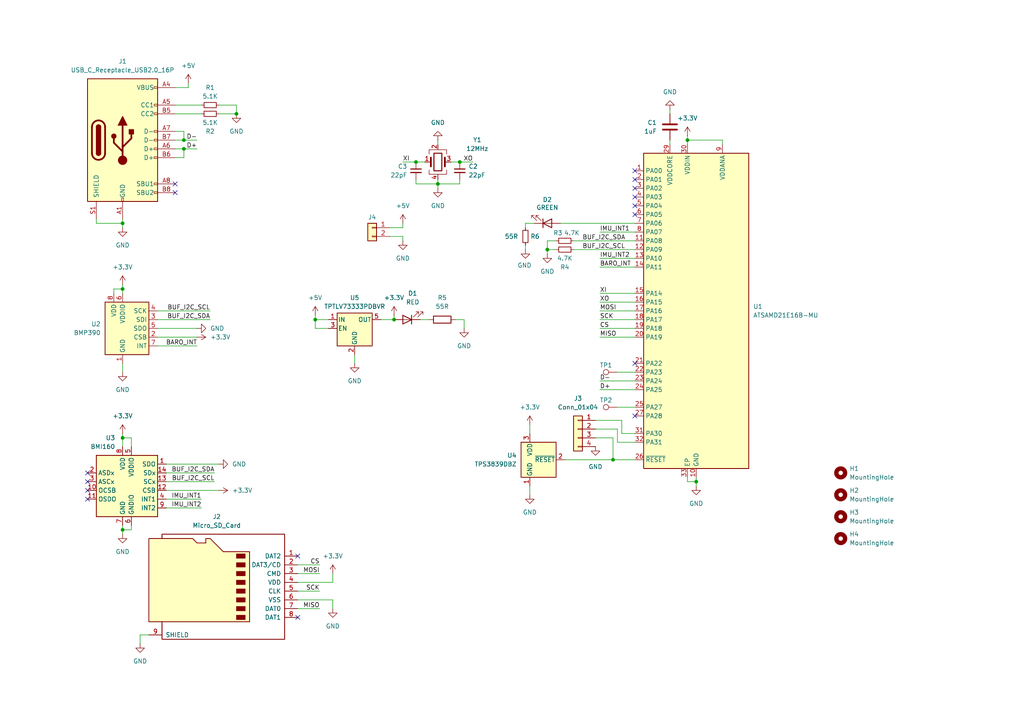
<source format=kicad_sch>
(kicad_sch (version 20250114) (generator "eeschema") (generator_version "9.0")
  (paper "A4")
  (title_block (title "µBaro Core") (date "2025-03-27") (rev "A") (company "LibreCB"))
  (lib_symbols
    (symbol "Connector:Micro_SD_Card" (pin_names (offset 1.016))
      (property "Reference" "J" (at -16.51 15.24 0))
      (property "Value" "Micro_SD_Card" (at 16.51 15.24 0))
      (symbol "Micro_SD_Card_0_1"
        (polyline (pts (xy -8.89 -11.43) (xy -8.89 8.89) (xy -1.27 8.89) (xy 2.54 12.7) (xy 3.81 12.7) (xy 3.81 11.43) (xy 6.35 11.43) (xy 7.62 12.7) (xy 20.32 12.7) (xy 20.32 -11.43) (xy -8.89 -11.43)) (stroke (width 0.254)) (fill (type background)))
        (rectangle (start -7.62 8.255) (end -5.08 6.985) (fill (type outline)))
        (rectangle (start -7.62 5.715) (end -5.08 4.445) (fill (type outline)))
        (rectangle (start -7.62 3.175) (end -5.08 1.905) (fill (type outline)))
        (rectangle (start -7.62 0.635) (end -5.08 -0.635) (fill (type outline)))
        (rectangle (start -7.62 -1.905) (end -5.08 -3.175) (fill (type outline)))
        (rectangle (start -7.62 -4.445) (end -5.08 -5.715) (fill (type outline)))
        (rectangle (start -7.62 -6.985) (end -5.08 -8.255) (fill (type outline)))
        (rectangle (start -7.62 -9.525) (end -5.08 -10.795) (fill (type outline)))
        (polyline (pts (xy 16.51 12.7) (xy 16.51 13.97) (xy -19.05 13.97) (xy -19.05 -16.51) (xy 16.51 -16.51) (xy 16.51 -11.43)) (stroke (width 0.254)))
      )
      (symbol "Micro_SD_Card_1_1"
        (pin bidirectional line (at -22.86 7.62 0) (length 3.81) (name "DAT2") (number "1"))
        (pin bidirectional line (at -22.86 5.08 0) (length 3.81) (name "DAT3/CD") (number "2"))
        (pin input line (at -22.86 2.54 0) (length 3.81) (name "CMD") (number "3"))
        (pin power_in line (at -22.86 0 0) (length 3.81) (name "VDD") (number "4"))
        (pin input line (at -22.86 -2.54 0) (length 3.81) (name "CLK") (number "5"))
        (pin power_in line (at -22.86 -5.08 0) (length 3.81) (name "VSS") (number "6"))
        (pin bidirectional line (at -22.86 -7.62 0) (length 3.81) (name "DAT0") (number "7"))
        (pin bidirectional line (at -22.86 -10.16 0) (length 3.81) (name "DAT1") (number "8"))
        (pin passive line (at 20.32 -15.24 180) (length 3.81) (name "SHIELD") (number "9"))
      )
    )
    (symbol "Connector:TestPoint" (pin_numbers (hide yes)) (pin_names (offset 0.762) (hide yes))
      (property "Reference" "TP" (at 0 6.858 0))
      (property "Value" "TestPoint" (at 0 5.08 0))
      (symbol "TestPoint_0_1"
        (circle (center 0 3.302) (radius 0.762))
      )
      (symbol "TestPoint_1_1"
        (pin passive line (at 0 0 90) (length 2.54) (name "1") (number "1"))
      )
    )
    (symbol "Connector:USB_C_Receptacle_USB2.0_16P" (pin_names (offset 1.016))
      (property "Reference" "J" (at 0 22.225 0))
      (property "Value" "USB_C_Receptacle_USB2.0_16P" (at 0 19.685 0))
      (symbol "USB_C_Receptacle_USB2.0_16P_0_0"
        (rectangle (start -0.254 -17.78) (end 0.254 -16.764))
        (rectangle (start 10.16 15.494) (end 9.144 14.986))
        (rectangle (start 10.16 10.414) (end 9.144 9.906))
        (rectangle (start 10.16 7.874) (end 9.144 7.366))
        (rectangle (start 10.16 2.794) (end 9.144 2.286))
        (rectangle (start 10.16 0.254) (end 9.144 -0.254))
        (rectangle (start 10.16 -2.286) (end 9.144 -2.794))
        (rectangle (start 10.16 -4.826) (end 9.144 -5.334))
        (rectangle (start 10.16 -12.446) (end 9.144 -12.954))
        (rectangle (start 10.16 -14.986) (end 9.144 -15.494))
      )
      (symbol "USB_C_Receptacle_USB2.0_16P_0_1"
        (rectangle (start -10.16 17.78) (end 10.16 -17.78) (stroke (width 0.254)) (fill (type background)))
        (polyline (pts (xy -8.89 -3.81) (xy -8.89 3.81)) (stroke (width 0.508)))
        (rectangle (start -7.62 -3.81) (end -6.35 3.81) (stroke (width 0.254)) (fill (type outline)))
        (arc (start -7.62 3.81) (mid -6.985 4.4423) (end -6.35 3.81) (stroke (width 0.254)))
        (arc (start -7.62 3.81) (mid -6.985 4.4423) (end -6.35 3.81) (stroke (width 0.254)) (fill (type outline)))
        (arc (start -8.89 3.81) (mid -6.985 5.7067) (end -5.08 3.81) (stroke (width 0.508)))
        (arc (start -5.08 -3.81) (mid -6.985 -5.7067) (end -8.89 -3.81) (stroke (width 0.508)))
        (arc (start -6.35 -3.81) (mid -6.985 -4.4423) (end -7.62 -3.81) (stroke (width 0.254)))
        (arc (start -6.35 -3.81) (mid -6.985 -4.4423) (end -7.62 -3.81) (stroke (width 0.254)) (fill (type outline)))
        (polyline (pts (xy -5.08 3.81) (xy -5.08 -3.81)) (stroke (width 0.508)))
        (circle (center -2.54 1.143) (radius 0.635) (stroke (width 0.254)) (fill (type outline)))
        (polyline (pts (xy -1.27 4.318) (xy 0 6.858) (xy 1.27 4.318) (xy -1.27 4.318)) (stroke (width 0.254)) (fill (type outline)))
        (polyline (pts (xy 0 -2.032) (xy 2.54 0.508) (xy 2.54 1.778)) (stroke (width 0.508)))
        (polyline (pts (xy 0 -3.302) (xy -2.54 -0.762) (xy -2.54 0.508)) (stroke (width 0.508)))
        (polyline (pts (xy 0 -5.842) (xy 0 4.318)) (stroke (width 0.508)))
        (circle (center 0 -5.842) (radius 1.27) (fill (type outline)))
        (rectangle (start 1.905 1.778) (end 3.175 3.048) (stroke (width 0.254)) (fill (type outline)))
      )
      (symbol "USB_C_Receptacle_USB2.0_16P_1_1"
        (pin passive line (at -7.62 -22.86 90) (length 5.08) (name "SHIELD") (number "S1"))
        (pin passive line (at 0 -22.86 90) (length 5.08) (name "GND") (number "A1"))
        (pin passive line (at 0 -22.86 90) (length 5.08) (hide yes) (name "GND") (number "A12"))
        (pin passive line (at 0 -22.86 90) (length 5.08) (hide yes) (name "GND") (number "B1"))
        (pin passive line (at 0 -22.86 90) (length 5.08) (hide yes) (name "GND") (number "B12"))
        (pin passive line (at 15.24 15.24 180) (length 5.08) (name "VBUS") (number "A4"))
        (pin passive line (at 15.24 15.24 180) (length 5.08) (hide yes) (name "VBUS") (number "A9"))
        (pin passive line (at 15.24 15.24 180) (length 5.08) (hide yes) (name "VBUS") (number "B4"))
        (pin passive line (at 15.24 15.24 180) (length 5.08) (hide yes) (name "VBUS") (number "B9"))
        (pin bidirectional line (at 15.24 10.16 180) (length 5.08) (name "CC1") (number "A5"))
        (pin bidirectional line (at 15.24 7.62 180) (length 5.08) (name "CC2") (number "B5"))
        (pin bidirectional line (at 15.24 2.54 180) (length 5.08) (name "D-") (number "A7"))
        (pin bidirectional line (at 15.24 0 180) (length 5.08) (name "D-") (number "B7"))
        (pin bidirectional line (at 15.24 -2.54 180) (length 5.08) (name "D+") (number "A6"))
        (pin bidirectional line (at 15.24 -5.08 180) (length 5.08) (name "D+") (number "B6"))
        (pin bidirectional line (at 15.24 -12.7 180) (length 5.08) (name "SBU1") (number "A8"))
        (pin bidirectional line (at 15.24 -15.24 180) (length 5.08) (name "SBU2") (number "B8"))
      )
    )
    (symbol "Connector_Generic:Conn_01x02" (pin_names (offset 1.016) (hide yes))
      (property "Reference" "J" (at 0 2.54 0))
      (property "Value" "Conn_01x02" (at 0 -5.08 0))
      (symbol "Conn_01x02_1_1"
        (rectangle (start -1.27 1.27) (end 1.27 -3.81) (stroke (width 0.254)) (fill (type background)))
        (rectangle (start -1.27 0.127) (end 0 -0.127) (stroke (width 0.1524)))
        (rectangle (start -1.27 -2.413) (end 0 -2.667) (stroke (width 0.1524)))
        (pin passive line (at -5.08 0 0) (length 3.81) (name "Pin_1") (number "1"))
        (pin passive line (at -5.08 -2.54 0) (length 3.81) (name "Pin_2") (number "2"))
      )
    )
    (symbol "Connector_Generic:Conn_01x04" (pin_names (offset 1.016) (hide yes))
      (property "Reference" "J" (at 0 5.08 0))
      (property "Value" "Conn_01x04" (at 0 -7.62 0))
      (symbol "Conn_01x04_1_1"
        (rectangle (start -1.27 3.81) (end 1.27 -6.35) (stroke (width 0.254)) (fill (type background)))
        (rectangle (start -1.27 2.667) (end 0 2.413) (stroke (width 0.1524)))
        (rectangle (start -1.27 0.127) (end 0 -0.127) (stroke (width 0.1524)))
        (rectangle (start -1.27 -2.413) (end 0 -2.667) (stroke (width 0.1524)))
        (rectangle (start -1.27 -4.953) (end 0 -5.207) (stroke (width 0.1524)))
        (pin passive line (at -5.08 2.54 0) (length 3.81) (name "Pin_1") (number "1"))
        (pin passive line (at -5.08 0 0) (length 3.81) (name "Pin_2") (number "2"))
        (pin passive line (at -5.08 -2.54 0) (length 3.81) (name "Pin_3") (number "3"))
        (pin passive line (at -5.08 -5.08 0) (length 3.81) (name "Pin_4") (number "4"))
      )
    )
    (symbol "Device:C" (pin_numbers (hide yes)) (pin_names (offset 0.254))
      (property "Reference" "C" (at 0.635 2.54 0))
      (property "Value" "C" (at 0.635 -2.54 0))
      (symbol "C_0_1"
        (polyline (pts (xy -2.032 0.762) (xy 2.032 0.762)) (stroke (width 0.508)))
        (polyline (pts (xy -2.032 -0.762) (xy 2.032 -0.762)) (stroke (width 0.508)))
      )
      (symbol "C_1_1"
        (pin passive line (at 0 3.81 270) (length 2.794) (name "~") (number "1"))
        (pin passive line (at 0 -3.81 90) (length 2.794) (name "~") (number "2"))
      )
    )
    (symbol "Device:C_Small" (pin_numbers (hide yes)) (pin_names (offset 0.254) (hide yes))
      (property "Reference" "C" (at 0.254 1.778 0))
      (property "Value" "C_Small" (at 0.254 -2.032 0))
      (symbol "C_Small_0_1"
        (polyline (pts (xy -1.524 0.508) (xy 1.524 0.508)) (stroke (width 0.3048)))
        (polyline (pts (xy -1.524 -0.508) (xy 1.524 -0.508)) (stroke (width 0.3302)))
      )
      (symbol "C_Small_1_1"
        (pin passive line (at 0 2.54 270) (length 2.032) (name "~") (number "1"))
        (pin passive line (at 0 -2.54 90) (length 2.032) (name "~") (number "2"))
      )
    )
    (symbol "Device:Crystal_GND24" (pin_names (offset 1.016) (hide yes))
      (property "Reference" "Y" (at 3.175 5.08 0))
      (property "Value" "Crystal_GND24" (at 3.175 3.175 0))
      (symbol "Crystal_GND24_0_1"
        (polyline (pts (xy -2.54 2.286) (xy -2.54 3.556) (xy 2.54 3.556) (xy 2.54 2.286)))
        (polyline (pts (xy -2.54 0) (xy -2.032 0)))
        (polyline (pts (xy -2.54 -2.286) (xy -2.54 -3.556) (xy 2.54 -3.556) (xy 2.54 -2.286)))
        (polyline (pts (xy -2.032 -1.27) (xy -2.032 1.27)) (stroke (width 0.508)))
        (rectangle (start -1.143 2.54) (end 1.143 -2.54) (stroke (width 0.3048)))
        (polyline (pts (xy 0 3.556) (xy 0 3.81)))
        (polyline (pts (xy 0 -3.81) (xy 0 -3.556)))
        (polyline (pts (xy 2.032 0) (xy 2.54 0)))
        (polyline (pts (xy 2.032 -1.27) (xy 2.032 1.27)) (stroke (width 0.508)))
      )
      (symbol "Crystal_GND24_1_1"
        (pin passive line (at -3.81 0 0) (length 1.27) (name "1") (number "1"))
        (pin passive line (at 0 5.08 270) (length 1.27) (name "2") (number "2"))
        (pin passive line (at 0 -5.08 90) (length 1.27) (name "4") (number "4"))
        (pin passive line (at 3.81 0 180) (length 1.27) (name "3") (number "3"))
      )
    )
    (symbol "Device:LED" (pin_numbers (hide yes)) (pin_names (offset 1.016) (hide yes))
      (property "Reference" "D" (at 0 2.54 0))
      (property "Value" "LED" (at 0 -2.54 0))
      (symbol "LED_0_1"
        (polyline (pts (xy -3.048 -0.762) (xy -4.572 -2.286) (xy -3.81 -2.286) (xy -4.572 -2.286) (xy -4.572 -1.524)))
        (polyline (pts (xy -1.778 -0.762) (xy -3.302 -2.286) (xy -2.54 -2.286) (xy -3.302 -2.286) (xy -3.302 -1.524)))
        (polyline (pts (xy -1.27 0) (xy 1.27 0)))
        (polyline (pts (xy -1.27 -1.27) (xy -1.27 1.27)) (stroke (width 0.254)))
        (polyline (pts (xy 1.27 -1.27) (xy 1.27 1.27) (xy -1.27 0) (xy 1.27 -1.27)) (stroke (width 0.254)))
      )
      (symbol "LED_1_1"
        (pin passive line (at -3.81 0 0) (length 2.54) (name "K") (number "1"))
        (pin passive line (at 3.81 0 180) (length 2.54) (name "A") (number "2"))
      )
    )
    (symbol "Device:R" (pin_numbers (hide yes)) (pin_names (offset 0))
      (property "Reference" "R" (at 2.032 0 90))
      (property "Value" "R" (at 0 0 90))
      (symbol "R_0_1"
        (rectangle (start -1.016 -2.54) (end 1.016 2.54) (stroke (width 0.254)))
      )
      (symbol "R_1_1"
        (pin passive line (at 0 3.81 270) (length 1.27) (name "~") (number "1"))
        (pin passive line (at 0 -3.81 90) (length 1.27) (name "~") (number "2"))
      )
    )
    (symbol "Device:R_Small" (pin_numbers (hide yes)) (pin_names (offset 0.254) (hide yes))
      (property "Reference" "R" (at 0.762 0.508 0))
      (property "Value" "R_Small" (at 0.762 -1.016 0))
      (symbol "R_Small_0_1"
        (rectangle (start -0.762 1.778) (end 0.762 -1.778) (stroke (width 0.2032)))
      )
      (symbol "R_Small_1_1"
        (pin passive line (at 0 2.54 270) (length 0.762) (name "~") (number "1"))
        (pin passive line (at 0 -2.54 90) (length 0.762) (name "~") (number "2"))
      )
    )
    (symbol "MCU_Microchip_SAMD:ATSAMD21E15B-M"
      (property "Reference" "U" (at -13.97 46.99 0))
      (property "Value" "ATSAMD21E15B-M" (at 16.51 46.99 0))
      (symbol "ATSAMD21E15B-M_1_1"
        (rectangle (start -15.24 45.72) (end 15.24 -45.72) (stroke (width 0.254)) (fill (type background)))
        (pin bidirectional line (at -17.78 40.64 0) (length 2.54) (name "PA00") (number "1"))
        (pin bidirectional line (at -17.78 38.1 0) (length 2.54) (name "PA01") (number "2"))
        (pin bidirectional line (at -17.78 35.56 0) (length 2.54) (name "PA02") (number "3"))
        (pin bidirectional line (at -17.78 33.02 0) (length 2.54) (name "PA03") (number "4"))
        (pin bidirectional line (at -17.78 30.48 0) (length 2.54) (name "PA04") (number "5"))
        (pin bidirectional line (at -17.78 27.94 0) (length 2.54) (name "PA05") (number "6"))
        (pin bidirectional line (at -17.78 25.4 0) (length 2.54) (name "PA06") (number "7"))
        (pin bidirectional line (at -17.78 22.86 0) (length 2.54) (name "PA07") (number "8"))
        (pin bidirectional line (at -17.78 20.32 0) (length 2.54) (name "PA08") (number "11"))
        (pin bidirectional line (at -17.78 17.78 0) (length 2.54) (name "PA09") (number "12"))
        (pin bidirectional line (at -17.78 15.24 0) (length 2.54) (name "PA10") (number "13"))
        (pin bidirectional line (at -17.78 12.7 0) (length 2.54) (name "PA11") (number "14"))
        (pin bidirectional line (at -17.78 5.08 0) (length 2.54) (name "PA14") (number "15"))
        (pin bidirectional line (at -17.78 2.54 0) (length 2.54) (name "PA15") (number "16"))
        (pin bidirectional line (at -17.78 0 0) (length 2.54) (name "PA16") (number "17"))
        (pin bidirectional line (at -17.78 -2.54 0) (length 2.54) (name "PA17") (number "18"))
        (pin bidirectional line (at -17.78 -5.08 0) (length 2.54) (name "PA18") (number "19"))
        (pin bidirectional line (at -17.78 -7.62 0) (length 2.54) (name "PA19") (number "20"))
        (pin bidirectional line (at -17.78 -15.24 0) (length 2.54) (name "PA22") (number "21"))
        (pin bidirectional line (at -17.78 -17.78 0) (length 2.54) (name "PA23") (number "22"))
        (pin bidirectional line (at -17.78 -20.32 0) (length 2.54) (name "PA24") (number "23"))
        (pin bidirectional line (at -17.78 -22.86 0) (length 2.54) (name "PA25") (number "24"))
        (pin bidirectional line (at -17.78 -27.94 0) (length 2.54) (name "PA27") (number "25"))
        (pin bidirectional line (at -17.78 -30.48 0) (length 2.54) (name "PA28") (number "27"))
        (pin bidirectional line (at -17.78 -35.56 0) (length 2.54) (name "PA30") (number "31"))
        (pin bidirectional line (at -17.78 -38.1 0) (length 2.54) (name "PA31") (number "32"))
        (pin input line (at -17.78 -43.18 0) (length 2.54) (name "~{RESET}") (number "26"))
        (pin power_out line (at -7.62 48.26 270) (length 2.54) (name "VDDCORE") (number "29"))
        (pin power_in line (at -2.54 48.26 270) (length 2.54) (name "VDDIN") (number "30"))
        (pin passive line (at -2.54 -48.26 90) (length 2.54) (name "EP") (number "33"))
        (pin power_in line (at 0 -48.26 90) (length 2.54) (name "GND") (number "10"))
        (pin passive line (at 0 -48.26 90) (length 2.54) (hide yes) (name "GND") (number "28"))
        (pin power_in line (at 7.62 48.26 270) (length 2.54) (name "VDDANA") (number "9"))
      )
    )
    (symbol "Mechanical:MountingHole" (pin_names (offset 1.016)) (exclude_from_sim yes) (in_bom no)
      (property "Reference" "H" (at 0 5.08 0))
      (property "Value" "MountingHole" (at 0 3.175 0))
      (symbol "MountingHole_0_1"
        (circle (center 0 0) (radius 1.27) (stroke (width 1.27)))
      )
    )
    (symbol "Power_Supervisor:TPS3839DBZ" (pin_names (offset 0.254))
      (property "Reference" "U" (at 2.54 8.89 0))
      (property "Value" "TPS3839DBZ" (at 2.54 6.35 0))
      (symbol "TPS3839DBZ_0_1"
        (rectangle (start -2.54 5.08) (end 7.62 -5.08) (stroke (width 0.254)) (fill (type background)))
      )
      (symbol "TPS3839DBZ_1_1"
        (pin power_in line (at 0 7.62 270) (length 2.54) (name "VDD") (number "3"))
        (pin power_in line (at 0 -7.62 90) (length 2.54) (name "GND") (number "1"))
        (pin output line (at 10.16 0 180) (length 2.54) (name "~{RESET}") (number "2"))
      )
    )
    (symbol "Project:BMP390"
      (property "Reference" "U" (at -7.62 10.16 0))
      (property "Value" "BMP390" (at 5.08 10.16 0))
      (symbol "BMP390_0_1"
        (rectangle (start -7.62 7.62) (end 5.08 -7.62) (stroke (width 0.254)) (fill (type background)))
      )
      (symbol "BMP390_1_1"
        (pin input line (at -10.16 5.08 0) (length 2.54) (name "SCK") (number "4"))
        (pin bidirectional line (at -10.16 2.54 0) (length 2.54) (name "SDI") (number "3"))
        (pin bidirectional line (at -10.16 0 0) (length 2.54) (name "SDO") (number "5"))
        (pin input line (at -10.16 -2.54 0) (length 2.54) (name "CSB") (number "2"))
        (pin output line (at -10.16 -5.08 0) (length 2.54) (name "INT") (number "7"))
        (pin power_in line (at 0 10.16 270) (length 2.54) (name "VDDIO") (number "6"))
        (pin power_in line (at 0 -10.16 90) (length 2.54) (name "GND") (number "1"))
        (pin power_in line (at 2.54 10.16 270) (length 2.54) (name "VDD") (number "8"))
      )
    )
    (symbol "Regulator_Linear:TLV73333PDBV" (pin_names (offset 0.254))
      (property "Reference" "U" (at -3.81 5.715 0))
      (property "Value" "TLV73333PDBV" (at 0 5.715 0))
      (symbol "TLV73333PDBV_0_1"
        (rectangle (start -5.08 4.445) (end 5.08 -5.08) (stroke (width 0.254)) (fill (type background)))
      )
      (symbol "TLV73333PDBV_1_1"
        (pin power_in line (at -7.62 2.54 0) (length 2.54) (name "IN") (number "1"))
        (pin input line (at -7.62 0 0) (length 2.54) (name "EN") (number "3"))
        (pin power_in line (at 0 -7.62 90) (length 2.54) (name "GND") (number "2"))
        (pin no_connect line (at 5.08 0 180) (length 2.54) (hide yes) (name "NC") (number "4"))
        (pin power_out line (at 7.62 2.54 180) (length 2.54) (name "OUT") (number "5"))
      )
    )
    (symbol "Sensor_Motion:BMI160"
      (property "Reference" "U" (at -10.16 8.89 0))
      (property "Value" "BMI160" (at 7.62 8.89 0))
      (symbol "BMI160_1_1"
        (rectangle (start -10.16 7.62) (end 7.62 -10.16) (stroke (width 0.254)) (fill (type background)))
        (pin bidirectional line (at -12.7 5.08 0) (length 2.54) (name "SDO") (number "1"))
        (pin bidirectional line (at -12.7 2.54 0) (length 2.54) (name "SDx") (number "14"))
        (pin input line (at -12.7 0 0) (length 2.54) (name "SCx") (number "13"))
        (pin input line (at -12.7 -2.54 0) (length 2.54) (name "CSB") (number "12"))
        (pin bidirectional line (at -12.7 -5.08 0) (length 2.54) (name "INT1") (number "4"))
        (pin bidirectional line (at -12.7 -7.62 0) (length 2.54) (name "INT2") (number "9"))
        (pin power_in line (at -2.54 10.16 270) (length 2.54) (name "VDDIO") (number "5"))
        (pin power_in line (at -2.54 -12.7 90) (length 2.54) (name "GNDIO") (number "6"))
        (pin power_in line (at 0 10.16 270) (length 2.54) (name "VDD") (number "8"))
        (pin power_in line (at 0 -12.7 90) (length 2.54) (name "GND") (number "7"))
        (pin bidirectional line (at 10.16 2.54 180) (length 2.54) (name "ASDx") (number "2"))
        (pin output line (at 10.16 0 180) (length 2.54) (name "ASCx") (number "3"))
        (pin bidirectional line (at 10.16 -2.54 180) (length 2.54) (name "OCSB") (number "10"))
        (pin bidirectional line (at 10.16 -5.08 180) (length 2.54) (name "OSDO") (number "11"))
      )
    )
    (symbol "power:+3.3V" (power) (pin_numbers (hide yes)) (pin_names (offset 0) (hide yes))
      (property "Value" "+3.3V" (at 0 3.556 0))
      (symbol "+3.3V_0_1"
        (polyline (pts (xy -0.762 1.27) (xy 0 2.54)))
        (polyline (pts (xy 0 2.54) (xy 0.762 1.27)))
        (polyline (pts (xy 0 0) (xy 0 2.54)))
      )
      (symbol "+3.3V_1_1"
        (pin power_in line (at 0 0 90) (length 0) (name "~") (number "1"))
      )
    )
    (symbol "power:+5V" (power) (pin_numbers (hide yes)) (pin_names (offset 0) (hide yes))
      (property "Value" "+5V" (at 0 3.556 0))
      (symbol "+5V_0_1"
        (polyline (pts (xy -0.762 1.27) (xy 0 2.54)))
        (polyline (pts (xy 0 2.54) (xy 0.762 1.27)))
        (polyline (pts (xy 0 0) (xy 0 2.54)))
      )
      (symbol "+5V_1_1"
        (pin power_in line (at 0 0 90) (length 0) (name "~") (number "1"))
      )
    )
    (symbol "power:GND" (power) (pin_numbers (hide yes)) (pin_names (offset 0) (hide yes))
      (property "Value" "GND" (at 0 -3.81 0))
      (symbol "GND_0_1"
        (polyline (pts (xy 0 0) (xy 0 -1.27) (xy 1.27 -1.27) (xy 0 -2.54) (xy -1.27 -1.27) (xy 0 -1.27)))
      )
      (symbol "GND_1_1"
        (pin power_in line (at 0 0 270) (length 0) (name "~") (number "1"))
      )
    )
  )
  (junction (at 53.34 40.64))
  (junction (at 35.56 153.67))
  (junction (at 68.58 33.02))
  (junction (at 35.56 64.77))
  (junction (at 158.75 72.39))
  (junction (at 133.35 46.99))
  (junction (at 199.39 40.64))
  (junction (at 201.93 139.7))
  (junction (at 177.8 133.35))
  (junction (at 114.3 92.71))
  (junction (at 35.56 127))
  (junction (at 120.65 46.99))
  (junction (at 35.56 83.82))
  (junction (at 53.34 43.18))
  (junction (at 127 53.34))
  (junction (at 91.44 92.71))
  (no_connect (at 184.15 57.15))
  (no_connect (at 25.4 142.24))
  (no_connect (at 25.4 144.78))
  (no_connect (at 184.15 62.23))
  (no_connect (at 184.15 54.61))
  (no_connect (at 86.36 179.07))
  (no_connect (at 50.8 55.88))
  (no_connect (at 184.15 105.41))
  (no_connect (at 184.15 59.69))
  (no_connect (at 184.15 120.65))
  (no_connect (at 25.4 137.16))
  (no_connect (at 184.15 52.07))
  (no_connect (at 25.4 139.7))
  (no_connect (at 50.8 53.34))
  (no_connect (at 184.15 49.53))
  (no_connect (at 86.36 161.29))
  (wire (pts (xy 40.64 184.15) (xy 40.64 186.69)))
  (wire (pts (xy 158.75 69.85) (xy 158.75 72.39)))
  (wire (pts (xy 134.62 92.71) (xy 132.08 92.71)))
  (wire (pts (xy 54.61 25.4) (xy 50.8 25.4)))
  (wire (pts (xy 173.99 90.17) (xy 184.15 90.17)))
  (wire (pts (xy 91.44 95.25) (xy 91.44 92.71)))
  (wire (pts (xy 50.8 43.18) (xy 53.34 43.18)))
  (wire (pts (xy 38.1 127) (xy 35.56 127)))
  (wire (pts (xy 166.37 72.39) (xy 184.15 72.39)))
  (wire (pts (xy 35.56 83.82) (xy 35.56 85.09)))
  (wire (pts (xy 38.1 129.54) (xy 38.1 127)))
  (wire (pts (xy 179.07 124.46) (xy 172.72 124.46)))
  (wire (pts (xy 114.3 91.44) (xy 114.3 92.71)))
  (wire (pts (xy 54.61 24.13) (xy 54.61 25.4)))
  (wire (pts (xy 199.39 39.37) (xy 199.39 40.64)))
  (wire (pts (xy 45.72 95.25) (xy 57.15 95.25)))
  (wire (pts (xy 173.99 92.71) (xy 184.15 92.71)))
  (wire (pts (xy 96.52 173.99) (xy 96.52 176.53)))
  (wire (pts (xy 86.36 166.37) (xy 92.71 166.37)))
  (wire (pts (xy 50.8 33.02) (xy 58.42 33.02)))
  (wire (pts (xy 173.99 85.09) (xy 184.15 85.09)))
  (wire (pts (xy 134.62 95.25) (xy 134.62 92.71)))
  (wire (pts (xy 35.56 153.67) (xy 35.56 154.94)))
  (wire (pts (xy 116.84 46.99) (xy 120.65 46.99)))
  (wire (pts (xy 50.8 38.1) (xy 53.34 38.1)))
  (wire (pts (xy 102.87 102.87) (xy 102.87 105.41)))
  (wire (pts (xy 194.31 40.64) (xy 194.31 41.91)))
  (wire (pts (xy 179.07 128.27) (xy 179.07 124.46)))
  (wire (pts (xy 199.39 138.43) (xy 199.39 139.7)))
  (wire (pts (xy 38.1 152.4) (xy 38.1 153.67)))
  (wire (pts (xy 63.5 33.02) (xy 68.58 33.02)))
  (wire (pts (xy 133.35 46.99) (xy 137.16 46.99)))
  (wire (pts (xy 177.8 133.35) (xy 184.15 133.35)))
  (wire (pts (xy 161.29 69.85) (xy 158.75 69.85)))
  (wire (pts (xy 153.67 140.97) (xy 153.67 143.51)))
  (wire (pts (xy 27.94 63.5) (xy 27.94 64.77)))
  (wire (pts (xy 45.72 97.79) (xy 57.15 97.79)))
  (wire (pts (xy 180.34 125.73) (xy 180.34 121.92)))
  (wire (pts (xy 35.56 64.77) (xy 35.56 66.04)))
  (wire (pts (xy 53.34 43.18) (xy 57.15 43.18)))
  (wire (pts (xy 45.72 100.33) (xy 57.15 100.33)))
  (wire (pts (xy 86.36 171.45) (xy 92.71 171.45)))
  (wire (pts (xy 48.26 139.7) (xy 62.23 139.7)))
  (wire (pts (xy 53.34 45.72) (xy 53.34 43.18)))
  (wire (pts (xy 173.99 95.25) (xy 184.15 95.25)))
  (wire (pts (xy 173.99 113.03) (xy 184.15 113.03)))
  (wire (pts (xy 127 53.34) (xy 127 54.61)))
  (wire (pts (xy 50.8 30.48) (xy 58.42 30.48)))
  (wire (pts (xy 161.29 72.39) (xy 158.75 72.39)))
  (wire (pts (xy 127 52.07) (xy 127 53.34)))
  (wire (pts (xy 110.49 92.71) (xy 114.3 92.71)))
  (wire (pts (xy 35.56 63.5) (xy 35.56 64.77)))
  (wire (pts (xy 48.26 144.78) (xy 58.42 144.78)))
  (wire (pts (xy 53.34 38.1) (xy 53.34 40.64)))
  (wire (pts (xy 120.65 46.99) (xy 123.19 46.99)))
  (wire (pts (xy 184.15 125.73) (xy 180.34 125.73)))
  (wire (pts (xy 173.99 74.93) (xy 184.15 74.93)))
  (wire (pts (xy 163.83 133.35) (xy 177.8 133.35)))
  (wire (pts (xy 120.65 53.34) (xy 127 53.34)))
  (wire (pts (xy 86.36 176.53) (xy 92.71 176.53)))
  (wire (pts (xy 35.56 105.41) (xy 35.56 107.95)))
  (wire (pts (xy 130.81 46.99) (xy 133.35 46.99)))
  (wire (pts (xy 86.36 173.99) (xy 96.52 173.99)))
  (wire (pts (xy 133.35 52.07) (xy 133.35 53.34)))
  (wire (pts (xy 116.84 64.77) (xy 116.84 66.04)))
  (wire (pts (xy 96.52 168.91) (xy 96.52 166.37)))
  (wire (pts (xy 209.55 40.64) (xy 199.39 40.64)))
  (wire (pts (xy 201.93 138.43) (xy 201.93 139.7)))
  (wire (pts (xy 179.07 107.95) (xy 184.15 107.95)))
  (wire (pts (xy 152.4 71.12) (xy 152.4 72.39)))
  (wire (pts (xy 33.02 83.82) (xy 35.56 83.82)))
  (wire (pts (xy 173.99 110.49) (xy 184.15 110.49)))
  (wire (pts (xy 173.99 97.79) (xy 184.15 97.79)))
  (wire (pts (xy 53.34 40.64) (xy 57.15 40.64)))
  (wire (pts (xy 184.15 128.27) (xy 179.07 128.27)))
  (wire (pts (xy 33.02 85.09) (xy 33.02 83.82)))
  (wire (pts (xy 179.07 118.11) (xy 184.15 118.11)))
  (wire (pts (xy 45.72 92.71) (xy 60.96 92.71)))
  (wire (pts (xy 91.44 92.71) (xy 95.25 92.71)))
  (wire (pts (xy 43.18 184.15) (xy 40.64 184.15)))
  (wire (pts (xy 162.56 64.77) (xy 184.15 64.77)))
  (wire (pts (xy 173.99 87.63) (xy 184.15 87.63)))
  (wire (pts (xy 45.72 90.17) (xy 60.96 90.17)))
  (wire (pts (xy 86.36 163.83) (xy 92.71 163.83)))
  (wire (pts (xy 68.58 30.48) (xy 68.58 33.02)))
  (wire (pts (xy 152.4 66.04) (xy 152.4 64.77)))
  (wire (pts (xy 177.8 127) (xy 177.8 133.35)))
  (wire (pts (xy 127 40.64) (xy 127 41.91)))
  (wire (pts (xy 116.84 68.58) (xy 113.03 68.58)))
  (wire (pts (xy 199.39 40.64) (xy 199.39 41.91)))
  (wire (pts (xy 35.56 82.55) (xy 35.56 83.82)))
  (wire (pts (xy 35.56 125.73) (xy 35.56 127)))
  (wire (pts (xy 27.94 64.77) (xy 35.56 64.77)))
  (wire (pts (xy 209.55 41.91) (xy 209.55 40.64)))
  (wire (pts (xy 173.99 67.31) (xy 184.15 67.31)))
  (wire (pts (xy 172.72 127) (xy 177.8 127)))
  (wire (pts (xy 153.67 123.19) (xy 153.67 125.73)))
  (wire (pts (xy 158.75 72.39) (xy 158.75 73.66)))
  (wire (pts (xy 95.25 95.25) (xy 91.44 95.25)))
  (wire (pts (xy 152.4 64.77) (xy 154.94 64.77)))
  (wire (pts (xy 133.35 53.34) (xy 127 53.34)))
  (wire (pts (xy 120.65 52.07) (xy 120.65 53.34)))
  (wire (pts (xy 35.56 127) (xy 35.56 129.54)))
  (wire (pts (xy 48.26 142.24) (xy 63.5 142.24)))
  (wire (pts (xy 201.93 139.7) (xy 201.93 140.97)))
  (wire (pts (xy 194.31 31.75) (xy 194.31 33.02)))
  (wire (pts (xy 35.56 152.4) (xy 35.56 153.67)))
  (wire (pts (xy 116.84 66.04) (xy 113.03 66.04)))
  (wire (pts (xy 199.39 139.7) (xy 201.93 139.7)))
  (wire (pts (xy 116.84 69.85) (xy 116.84 68.58)))
  (wire (pts (xy 48.26 134.62) (xy 63.5 134.62)))
  (wire (pts (xy 91.44 91.44) (xy 91.44 92.71)))
  (wire (pts (xy 50.8 45.72) (xy 53.34 45.72)))
  (wire (pts (xy 50.8 40.64) (xy 53.34 40.64)))
  (wire (pts (xy 121.92 92.71) (xy 124.46 92.71)))
  (wire (pts (xy 173.99 77.47) (xy 184.15 77.47)))
  (wire (pts (xy 180.34 121.92) (xy 172.72 121.92)))
  (wire (pts (xy 48.26 137.16) (xy 62.23 137.16)))
  (wire (pts (xy 48.26 147.32) (xy 58.42 147.32)))
  (wire (pts (xy 63.5 30.48) (xy 68.58 30.48)))
  (wire (pts (xy 38.1 153.67) (xy 35.56 153.67)))
  (wire (pts (xy 86.36 168.91) (xy 96.52 168.91)))
  (wire (pts (xy 166.37 69.85) (xy 184.15 69.85)))
  (label "SCK" (at 92.71 171.45 180))
  (label "BUF_I2C_SCL" (at 168.91 72.39 0))
  (label "IMU_INT1" (at 58.42 144.78 180))
  (label "CS" (at 173.99 95.25 0))
  (label "BARO_INT" (at 173.99 77.47 0))
  (label "CS" (at 92.71 163.83 180))
  (label "BUF_I2C_SDA" (at 60.96 92.71 180))
  (label "XI" (at 173.99 85.09 0))
  (label "XO" (at 137.16 46.99 180))
  (label "BARO_INT" (at 57.15 100.33 180))
  (label "MOSI" (at 173.99 90.17 0))
  (label "D-" (at 173.99 110.49 0))
  (label "BUF_I2C_SDA" (at 168.91 69.85 0))
  (label "BUF_I2C_SCL" (at 62.23 139.7 180))
  (label "BUF_I2C_SCL" (at 60.96 90.17 180))
  (label "MISO" (at 92.71 176.53 180))
  (label "IMU_INT1" (at 173.99 67.31 0))
  (label "D+" (at 173.99 113.03 0))
  (label "IMU_INT2" (at 58.42 147.32 180))
  (label "MOSI" (at 92.71 166.37 180))
  (label "IMU_INT2" (at 173.99 74.93 0))
  (label "XO" (at 173.99 87.63 0))
  (label "D-" (at 57.15 40.64 180))
  (label "D+" (at 57.15 43.18 180))
  (label "MISO" (at 173.99 97.79 0))
  (label "BUF_I2C_SDA" (at 62.23 137.16 180))
  (label "SCK" (at 173.99 92.71 0))
  (label "XI" (at 116.84 46.99 0))
  (symbol (lib_id "Connector:TestPoint") (at 179.07 118.11 90) (unit 1) (in_bom no)
    (property "Reference" "TP2" (at 175.768 116.078 90))
    (property "Value" "TestPoint" (effects (hide yes)))
    (property "Footprint" "TestPoint:TestPoint_Pad_D2.0mm" (effects (hide yes)))
    (property "Description" "test point" (effects (hide yes)))
  )
  (symbol (lib_id "power:+3.3V") (at 35.56 125.73 0) (mirror y) (unit 1)
    (property "Reference" "#PWR09" (effects (hide yes)))
    (property "Value" "+3.3V" (at 35.56 120.65 0))
    (property "Description" "Power symbol creates a global label with name \"+3.3V\"" (effects (hide yes)))
  )
  (symbol (lib_id "power:GND") (at 201.93 140.97 0) (unit 1)
    (property "Reference" "#PWR01" (effects (hide yes)))
    (property "Value" "GND" (at 201.93 146.05 0))
    (property "Description" "Power symbol creates a global label with name \"GND\" , ground" (effects (hide yes)))
  )
  (symbol (lib_id "power:GND") (at 127 40.64 180) (unit 1)
    (property "Reference" "#PWR030" (effects (hide yes)))
    (property "Value" "GND" (at 127 35.56 0))
    (property "Description" "Power symbol creates a global label with name \"GND\" , ground" (effects (hide yes)))
  )
  (symbol (lib_id "power:GND") (at 158.75 73.66 0) (unit 1)
    (property "Reference" "#PWR015" (effects (hide yes)))
    (property "Value" "GND" (at 158.75 78.74 0))
    (property "Description" "Power symbol creates a global label with name \"GND\" , ground" (effects (hide yes)))
  )
  (symbol (lib_id "Connector_Generic:Conn_01x02") (at 107.95 66.04 0) (mirror y) (unit 1)
    (property "Reference" "J4" (at 107.95 62.992 0))
    (property "Value" "Conn_01x02" (effects (hide yes)))
    (property "Footprint" "Connector_JST:JST_PH_B2B-PH-K_1x02_P2.00mm_Vertical" (effects (hide yes)))
    (property "Description" "Generic connector, single row, 01x02, script generated (kicad-library-utils/schlib/autogen/connector/)" (effects (hide yes)))
    (property "LCSC Part #" "C131337" (effects (hide yes)))
    (property "DigiKey Part #" "455-1704-ND" (effects (hide yes)))
    (property "MPN" "B2B-PH-K-S" (effects (hide yes)))
    (property "Manufacturer" "JST Sales America Inc." (effects (hide yes)))
  )
  (symbol (lib_id "power:GND") (at 68.58 33.02 0) (unit 1)
    (property "Reference" "#PWR07" (effects (hide yes)))
    (property "Value" "GND" (at 68.58 38.1 0))
    (property "Description" "Power symbol creates a global label with name \"GND\" , ground" (effects (hide yes)))
  )
  (symbol (lib_id "power:+5V") (at 54.61 24.13 0) (unit 1)
    (property "Reference" "#PWR06" (effects (hide yes)))
    (property "Value" "+5V" (at 54.61 19.05 0))
    (property "Description" "Power symbol creates a global label with name \"+5V\"" (effects (hide yes)))
  )
  (symbol (lib_id "power:GND") (at 57.15 95.25 90) (unit 1)
    (property "Reference" "#PWR014" (effects (hide yes)))
    (property "Value" "GND" (at 60.96 95.2499 90) (effects (justify right)))
    (property "Description" "Power symbol creates a global label with name \"GND\" , ground" (effects (hide yes)))
  )
  (symbol (lib_id "power:GND") (at 127 54.61 0) (unit 1)
    (property "Reference" "#PWR029" (effects (hide yes)))
    (property "Value" "GND" (at 127 59.69 0))
    (property "Description" "Power symbol creates a global label with name \"GND\" , ground" (effects (hide yes)))
  )
  (symbol (lib_id "Device:R_Small") (at 60.96 30.48 90) (unit 1)
    (property "Reference" "R1" (at 60.96 25.4 90))
    (property "Value" "5.1K" (at 60.96 27.94 90))
    (property "Footprint" "Resistor_SMD:R_0603_1608Metric" (effects (hide yes)))
    (property "Description" "Resistor, small symbol" (effects (hide yes)))
    (property "LCSC Part #" "C25905" (effects (hide yes)))
    (property "DigiKey Part #" "13-SR0603JR-7T5K1LCT-ND" (effects (hide yes)))
    (property "MPN" "SR0603JR-7T5K1L" (effects (hide yes)))
    (property "Manufacturer" "YAGEO" (effects (hide yes)))
  )
  (symbol (lib_id "Mechanical:MountingHole") (at 243.84 137.16 0) (unit 1) (exclude_from_sim yes) (in_bom no)
    (property "Reference" "H1" (at 246.38 135.8899 0) (effects (justify left)))
    (property "Value" "MountingHole" (at 246.38 138.4299 0) (effects (justify left)))
    (property "Footprint" "MountingHole:MountingHole_2.2mm_M2" (effects (hide yes)))
    (property "Description" "Mounting Hole without connection" (effects (hide yes)))
  )
  (symbol (lib_id "Device:R_Small") (at 152.4 68.58 0) (unit 1)
    (property "Reference" "R6" (at 155.194 68.58 0))
    (property "Value" "55R" (at 148.336 68.58 0))
    (property "Footprint" "Resistor_SMD:R_0603_1608Metric" (effects (hide yes)))
    (property "Description" "Resistor, small symbol" (effects (hide yes)))
    (property "LCSC Part #" "C137957" (effects (hide yes)))
    (property "DigiKey Part #" "311-56.0HRCT-ND" (effects (hide yes)))
    (property "MPN" "RC0603FR-0756RL" (effects (hide yes)))
    (property "Manufacturer" "YAGEO" (effects (hide yes)))
  )
  (symbol (lib_id "Device:Crystal_GND24") (at 127 46.99 0) (unit 1)
    (property "Reference" "Y1" (at 138.43 40.5698 0))
    (property "Value" "12MHz" (at 138.43 43.1098 0))
    (property "Footprint" "Crystal:Crystal_SMD_3225-4Pin_3.2x2.5mm" (effects (hide yes)))
    (property "Description" "Four pin crystal, GND on pins 2 and 4" (effects (hide yes)))
    (property "LCSC Part #" "C9002" (effects (hide yes)))
    (property "DigiKey Part #" "CTX1219CT-ND" (effects (hide yes)))
    (property "MPN" "403I35D12M00000" (effects (hide yes)))
    (property "Manufacturer" "CTS-Frequency Controls" (effects (hide yes)))
  )
  (symbol (lib_id "power:+3.3V") (at 35.56 82.55 0) (unit 1)
    (property "Reference" "#PWR04" (effects (hide yes)))
    (property "Value" "+3.3V" (at 35.56 77.47 0))
    (property "Description" "Power symbol creates a global label with name \"+3.3V\"" (effects (hide yes)))
  )
  (symbol (lib_id "Project:BMP390") (at 35.56 95.25 0) (mirror y) (unit 1)
    (property "Reference" "U2" (at 29.21 93.9799 0) (effects (justify left)))
    (property "Value" "BMP390" (at 29.21 96.5199 0) (effects (justify left)))
    (property "Footprint" "Package_LGA:Bosch_LGA-8_2x2.5mm_P0.65mm_ClockwisePinNumbering" (effects (hide yes)))
    (property "Datasheet" "https://www.bosch-sensortec.com/media/boschsensortec/downloads/datasheets/bst-bmp390-ds002.pdf" (effects (hide yes)))
    (property "Description" "Absolute Barometric Pressure Sensor, LGA-8" (effects (hide yes)))
    (property "LCSC Part #" "C2684802" (effects (hide yes)))
    (property "DigiKey Part #" "828-BMP390CT-ND" (effects (hide yes)))
    (property "MPN" "BMP390" (effects (hide yes)))
    (property "Manufacturer" "Bosch Sensortec" (effects (hide yes)))
  )
  (symbol (lib_id "power:+3.3V") (at 63.5 142.24 270) (unit 1)
    (property "Reference" "#PWR011" (effects (hide yes)))
    (property "Value" "+3.3V" (at 67.31 142.2399 90) (effects (justify left)))
    (property "Description" "Power symbol creates a global label with name \"+3.3V\"" (effects (hide yes)))
  )
  (symbol (lib_id "Power_Supervisor:TPS3839DBZ") (at 153.67 133.35 0) (unit 1)
    (property "Reference" "U4" (at 149.86 132.0799 0) (effects (justify right)))
    (property "Value" "TPS3839DBZ" (at 149.86 134.6199 0) (effects (justify right)))
    (property "Footprint" "Package_TO_SOT_SMD:SOT-23" (effects (hide yes)))
    (property "Datasheet" "http://www.ti.com/lit/ds/sbvs193d/sbvs193d.pdf" (effects (hide yes)))
    (property "Description" "150-nA, Ultralow Power, Supply Voltage Monitor, SOT-23" (effects (hide yes)))
    (property "LCSC Part #" "C702205" (effects (hide yes)))
    (property "DigiKey Part #" "296-35470-1-ND" (effects (hide yes)))
    (property "MPN" "TPS3839G33DBZR" (effects (hide yes)))
    (property "Manufacturer" "Texas Instruments" (effects (hide yes)))
  )
  (symbol (lib_id "Regulator_Linear:TLV73333PDBV") (at 102.87 95.25 0) (unit 1)
    (property "Reference" "U5" (at 102.87 86.36 0))
    (property "Value" "TPTLV73333PDBVR" (at 102.87 88.9 0))
    (property "Footprint" "Package_TO_SOT_SMD:SOT-23-5" (effects (hide yes)))
    (property "Datasheet" "http://www.ti.com/lit/ds/symlink/tlv733p.pdf" (effects (hide yes)))
    (property "Description" "300mA Capacitor-Free Low Dropout Voltage Regulator, Fixed Output 3.3V, SOT-23-5" (effects (hide yes)))
    (property "LCSC Part #" "C2937043" (effects (hide yes)))
    (property "DigiKey Part #" "296-40673-1-ND" (effects (hide yes)))
    (property "MPN" "TLV73333PDBVR" (effects (hide yes)))
    (property "Manufacturer" "Texas Instruments" (effects (hide yes)))
  )
  (symbol (lib_id "power:+5V") (at 91.44 91.44 0) (unit 1)
    (property "Reference" "#PWR023" (effects (hide yes)))
    (property "Value" "+5V" (at 91.44 86.36 0))
    (property "Description" "Power symbol creates a global label with name \"+5V\"" (effects (hide yes)))
  )
  (symbol (lib_id "power:+3.3V") (at 57.15 97.79 270) (unit 1)
    (property "Reference" "#PWR013" (effects (hide yes)))
    (property "Value" "+3.3V" (at 60.96 97.7899 90) (effects (justify left)))
    (property "Description" "Power symbol creates a global label with name \"+3.3V\"" (effects (hide yes)))
  )
  (symbol (lib_id "power:GND") (at 96.52 176.53 0) (unit 1)
    (property "Reference" "#PWR019" (effects (hide yes)))
    (property "Value" "GND" (at 96.52 181.61 0))
    (property "Description" "Power symbol creates a global label with name \"GND\" , ground" (effects (hide yes)))
  )
  (symbol (lib_id "Device:LED") (at 118.11 92.71 180) (unit 1)
    (property "Reference" "D1" (at 119.6975 85.09 0))
    (property "Value" "RED" (at 119.6975 87.63 0))
    (property "Footprint" "LED_SMD:LED_0603_1608Metric" (effects (hide yes)))
    (property "Description" "Light emitting diode" (effects (hide yes)))
    (property "Sim.Pins" "1=K 2=A" (effects (hide yes)))
    (property "LCSC Part #" "C2286" (effects (hide yes)))
    (property "DigiKey Part #" "160-1447-1-ND" (effects (hide yes)))
    (property "MPN" "LTST-C191KRKT" (effects (hide yes)))
    (property "Manufacturer" "Lite-On Inc." (effects (hide yes)))
  )
  (symbol (lib_id "Mechanical:MountingHole") (at 243.84 156.21 0) (unit 1) (exclude_from_sim yes) (in_bom no)
    (property "Reference" "H4" (at 246.38 154.9399 0) (effects (justify left)))
    (property "Value" "MountingHole" (at 246.38 157.4799 0) (effects (justify left)))
    (property "Footprint" "MountingHole:MountingHole_2.2mm_M2" (effects (hide yes)))
    (property "Description" "Mounting Hole without connection" (effects (hide yes)))
  )
  (symbol (lib_id "power:GND") (at 194.31 31.75 180) (unit 1)
    (property "Reference" "#PWR03" (effects (hide yes)))
    (property "Value" "GND" (at 194.31 26.67 0))
    (property "Description" "Power symbol creates a global label with name \"GND\" , ground" (effects (hide yes)))
  )
  (symbol (lib_id "power:+3.3V") (at 153.67 123.19 0) (unit 1)
    (property "Reference" "#PWR016" (effects (hide yes)))
    (property "Value" "+3.3V" (at 153.67 118.11 0))
    (property "Description" "Power symbol creates a global label with name \"+3.3V\"" (effects (hide yes)))
  )
  (symbol (lib_id "Device:R_Small") (at 163.83 72.39 90) (mirror x) (unit 1)
    (property "Reference" "R4" (at 163.83 77.47 90))
    (property "Value" "4.7K" (at 163.83 74.93 90))
    (property "Footprint" "Resistor_SMD:R_0603_1608Metric" (effects (hide yes)))
    (property "Description" "Resistor, small symbol" (effects (hide yes)))
    (property "LCSC Part #" "C25900" (effects (hide yes)))
    (property "DigiKey Part #" "13-SR0603FR-7T4K7LCT-ND" (effects (hide yes)))
    (property "MPN" "SR0603FR-7T4K7L" (effects (hide yes)))
    (property "Manufacturer" "YAGEO" (effects (hide yes)))
  )
  (symbol (lib_id "power:GND") (at 116.84 69.85 0) (unit 1)
    (property "Reference" "#PWR026" (effects (hide yes)))
    (property "Value" "GND" (at 116.84 74.93 0))
    (property "Description" "Power symbol creates a global label with name \"GND\" , ground" (effects (hide yes)))
  )
  (symbol (lib_id "power:+3.3V") (at 199.39 39.37 0) (unit 1)
    (property "Reference" "#PWR02" (effects (hide yes)))
    (property "Value" "+3.3V" (at 199.39 34.29 0))
    (property "Description" "Power symbol creates a global label with name \"+3.3V\"" (effects (hide yes)))
  )
  (symbol (lib_id "MCU_Microchip_SAMD:ATSAMD21E15B-M") (at 201.93 90.17 0) (unit 1)
    (property "Reference" "U1" (at 218.44 88.8999 0) (effects (justify left)))
    (property "Value" "ATSAMD21E16B-MU" (at 218.44 91.4399 0) (effects (justify left)))
    (property "Footprint" "Package_DFN_QFN:QFN-32-1EP_5x5mm_P0.5mm_EP3.6x3.6mm" (effects (hide yes)))
    (property "Datasheet" "http://ww1.microchip.com/downloads/en/DeviceDoc/SAM_D21_DA1_Family_Data%20Sheet_DS40001882E.pdf" (effects (hide yes)))
    (property "Description" "SAM D21 Microchip SMART ARM-based Flash MCU, 48Mhz, 32K Flash w/ 1K RWW, 4K SRAM, QFN-32" (effects (hide yes)))
    (property "LCSC Part #" "C614241" (effects (hide yes)))
    (property "DigiKey Part #" "ATSAMD21E16B-MU-ND" (effects (hide yes)))
    (property "MPN" "ATSAMD21E16B-MU" (effects (hide yes)))
    (property "Manufacturer" "Microchip Technology" (effects (hide yes)))
  )
  (symbol (lib_id "power:GND") (at 35.56 66.04 0) (unit 1)
    (property "Reference" "#PWR08" (effects (hide yes)))
    (property "Value" "GND" (at 35.56 71.12 0))
    (property "Description" "Power symbol creates a global label with name \"GND\" , ground" (effects (hide yes)))
  )
  (symbol (lib_id "power:GND") (at 153.67 143.51 0) (unit 1)
    (property "Reference" "#PWR017" (effects (hide yes)))
    (property "Value" "GND" (at 153.67 148.59 0))
    (property "Description" "Power symbol creates a global label with name \"GND\" , ground" (effects (hide yes)))
  )
  (symbol (lib_id "Connector:TestPoint") (at 179.07 107.95 90) (unit 1) (in_bom no)
    (property "Reference" "TP1" (at 175.768 105.918 90))
    (property "Value" "TestPoint" (effects (hide yes)))
    (property "Footprint" "TestPoint:TestPoint_Pad_D2.0mm" (effects (hide yes)))
    (property "Description" "test point" (effects (hide yes)))
  )
  (symbol (lib_id "power:GND") (at 40.64 186.69 0) (unit 1)
    (property "Reference" "#PWR018" (effects (hide yes)))
    (property "Value" "GND" (at 40.64 191.77 0))
    (property "Description" "Power symbol creates a global label with name \"GND\" , ground" (effects (hide yes)))
  )
  (symbol (lib_id "power:GND") (at 35.56 107.95 0) (unit 1)
    (property "Reference" "#PWR05" (effects (hide yes)))
    (property "Value" "GND" (at 35.56 113.03 0))
    (property "Description" "Power symbol creates a global label with name \"GND\" , ground" (effects (hide yes)))
  )
  (symbol (lib_id "power:GND") (at 63.5 134.62 90) (unit 1)
    (property "Reference" "#PWR012" (effects (hide yes)))
    (property "Value" "GND" (at 67.31 134.6199 90) (effects (justify right)))
    (property "Description" "Power symbol creates a global label with name \"GND\" , ground" (effects (hide yes)))
  )
  (symbol (lib_id "power:+5V") (at 116.84 64.77 0) (unit 1)
    (property "Reference" "#PWR025" (effects (hide yes)))
    (property "Value" "+5V" (at 116.84 59.69 0))
    (property "Description" "Power symbol creates a global label with name \"+5V\"" (effects (hide yes)))
  )
  (symbol (lib_id "Sensor_Motion:BMI160") (at 35.56 139.7 0) (mirror y) (unit 1)
    (property "Reference" "U3" (at 33.4167 127 0) (effects (justify left)))
    (property "Value" "BMI160" (at 33.4167 129.54 0) (effects (justify left)))
    (property "Footprint" "Package_LGA:Bosch_LGA-14_3x2.5mm_P0.5mm" (effects (hide yes)))
    (property "Datasheet" "https://www.bosch-sensortec.com/media/boschsensortec/downloads/datasheets/bst-bmi160-ds000.pdf" (effects (hide yes)))
    (property "Description" "Small, low power inertial measurement unit, LGA-14" (effects (hide yes)))
    (property "LCSC Part #" "C94021" (effects (hide yes)))
    (property "DigiKey Part #" "828-1091-1-ND" (effects (hide yes)))
    (property "MPN" "BMI270" (effects (hide yes)))
    (property "Manufacturer" "Bosch Sensortec" (effects (hide yes)))
  )
  (symbol (lib_id "Device:C_Small") (at 133.35 49.53 0) (unit 1)
    (property "Reference" "C2" (at 135.89 48.2662 0) (effects (justify left)))
    (property "Value" "22pF" (at 135.89 50.8062 0) (effects (justify left)))
    (property "Footprint" "Capacitor_SMD:C_0603_1608Metric" (effects (hide yes)))
    (property "Description" "Unpolarized capacitor, small symbol" (effects (hide yes)))
    (property "LCSC Part #" "C1555" (effects (hide yes)))
    (property "DigiKey Part #" "1276-2228-1-ND" (effects (hide yes)))
    (property "MPN" "CL10C220JB8NFNC" (effects (hide yes)))
    (property "Manufacturer" "Samsung Electro-Mechanics" (effects (hide yes)))
  )
  (symbol (lib_id "power:GND") (at 102.87 105.41 0) (unit 1)
    (property "Reference" "#PWR022" (effects (hide yes)))
    (property "Value" "GND" (at 102.87 110.49 0))
    (property "Description" "Power symbol creates a global label with name \"GND\" , ground" (effects (hide yes)))
  )
  (symbol (lib_id "Device:C") (at 194.31 36.83 0) (unit 1)
    (property "Reference" "C1" (at 190.5 35.5599 0) (effects (justify right)))
    (property "Value" "1uF" (at 190.5 38.0999 0) (effects (justify right)))
    (property "Footprint" "Capacitor_SMD:C_0603_1608Metric" (effects (hide yes)))
    (property "Description" "Unpolarized capacitor" (effects (hide yes)))
    (property "LCSC Part #" "C1525" (effects (hide yes)))
    (property "DigiKey Part #" "1276-1946-1-ND" (effects (hide yes)))
    (property "MPN" "CL10B105KP8NNNC" (effects (hide yes)))
    (property "Manufacturer" "Samsung Electro-Mechanics" (effects (hide yes)))
  )
  (symbol (lib_id "power:GND") (at 35.56 154.94 0) (mirror y) (unit 1)
    (property "Reference" "#PWR010" (effects (hide yes)))
    (property "Value" "GND" (at 35.56 160.02 0))
    (property "Description" "Power symbol creates a global label with name \"GND\" , ground" (effects (hide yes)))
  )
  (symbol (lib_id "power:GND") (at 172.72 129.54 0) (unit 1)
    (property "Reference" "#PWR021" (effects (hide yes)))
    (property "Value" "GND" (at 172.72 135.382 0))
    (property "Description" "Power symbol creates a global label with name \"GND\" , ground" (effects (hide yes)))
  )
  (symbol (lib_id "Connector_Generic:Conn_01x04") (at 167.64 124.46 0) (mirror y) (unit 1) (in_bom no)
    (property "Reference" "J3" (at 167.64 115.57 0))
    (property "Value" "Conn_01x04" (at 167.64 118.11 0))
    (property "Footprint" "Connector_PinHeader_2.54mm:PinHeader_1x04_P2.54mm_Vertical" (effects (hide yes)))
    (property "Description" "Generic connector, single row, 01x04, script generated (kicad-library-utils/schlib/autogen/connector/)" (effects (hide yes)))
  )
  (symbol (lib_id "Mechanical:MountingHole") (at 243.84 143.51 0) (unit 1) (exclude_from_sim yes) (in_bom no)
    (property "Reference" "H2" (at 246.38 142.2399 0) (effects (justify left)))
    (property "Value" "MountingHole" (at 246.38 144.7799 0) (effects (justify left)))
    (property "Footprint" "MountingHole:MountingHole_2.2mm_M2" (effects (hide yes)))
    (property "Description" "Mounting Hole without connection" (effects (hide yes)))
  )
  (symbol (lib_id "Device:C_Small") (at 120.65 49.53 0) (mirror y) (unit 1)
    (property "Reference" "C3" (at 118.11 48.2662 0) (effects (justify left)))
    (property "Value" "22pF" (at 118.11 50.8062 0) (effects (justify left)))
    (property "Footprint" "Capacitor_SMD:C_0603_1608Metric" (effects (hide yes)))
    (property "Description" "Unpolarized capacitor, small symbol" (effects (hide yes)))
    (property "LCSC Part #" "C1555" (effects (hide yes)))
    (property "DigiKey Part #" "1276-2228-1-ND" (effects (hide yes)))
    (property "MPN" "CL10C220JB8NFNC" (effects (hide yes)))
    (property "Manufacturer" "Samsung Electro-Mechanics" (effects (hide yes)))
  )
  (symbol (lib_id "Device:R_Small") (at 163.83 69.85 90) (unit 1)
    (property "Reference" "R3" (at 161.798 67.564 90))
    (property "Value" "4.7K" (at 165.862 67.564 90))
    (property "Footprint" "Resistor_SMD:R_0603_1608Metric" (effects (hide yes)))
    (property "Description" "Resistor, small symbol" (effects (hide yes)))
    (property "LCSC Part #" "C25900" (effects (hide yes)))
    (property "DigiKey Part #" "13-SR0603FR-7T4K7LCT-ND" (effects (hide yes)))
    (property "MPN" "SR0603FR-7T4K7L" (effects (hide yes)))
    (property "Manufacturer" "YAGEO" (effects (hide yes)))
  )
  (symbol (lib_id "Connector:USB_C_Receptacle_USB2.0_16P") (at 35.56 40.64 0) (unit 1)
    (property "Reference" "J1" (at 35.56 17.78 0))
    (property "Value" "USB_C_Receptacle_USB2.0_16P" (at 35.56 20.32 0))
    (property "Footprint" "Connector_USB:USB_C_Receptacle_GCT_USB4105-xx-A_16P_TopMnt_Horizontal" (effects (hide yes)))
    (property "Datasheet" "https://www.usb.org/sites/default/files/documents/usb_type-c.zip" (effects (hide yes)))
    (property "Description" "USB 2.0-only 16P Type-C Receptacle connector" (effects (hide yes)))
    (property "DigiKey Part #" "2073-USB4105-GF-ACT-ND" (effects (hide yes)))
    (property "MPN" "USB4105-GF-A" (effects (hide yes)))
    (property "Manufacturer" "GCT" (effects (hide yes)))
  )
  (symbol (lib_id "Connector:Micro_SD_Card") (at 63.5 168.91 0) (mirror y) (unit 1)
    (property "Reference" "J2" (at 62.865 149.86 0))
    (property "Value" "Micro_SD_Card" (at 62.865 152.4 0))
    (property "Footprint" "Project:TF-SMD_TF-015" (effects (hide yes)))
    (property "Datasheet" "https://www.we-online.com/components/products/datasheet/693072010801.pdf" (effects (hide yes)))
    (property "Description" "Micro SD Card Socket" (effects (hide yes)))
    (property "LCSC Part #" "C113206" (effects (hide yes)))
    (property "DigiKey Part #" "2223-MSD-4-ACT-ND" (effects (hide yes)))
    (property "MPN" "MSD-4-A" (effects (hide yes)))
    (property "Manufacturer" "Same Sky (Formerly CUI Devices)" (effects (hide yes)))
  )
  (symbol (lib_id "power:+3.3V") (at 114.3 91.44 0) (unit 1)
    (property "Reference" "#PWR024" (effects (hide yes)))
    (property "Value" "+3.3V" (at 114.3 86.36 0))
    (property "Description" "Power symbol creates a global label with name \"+3.3V\"" (effects (hide yes)))
  )
  (symbol (lib_id "Mechanical:MountingHole") (at 243.84 149.86 0) (unit 1) (exclude_from_sim yes) (in_bom no)
    (property "Reference" "H3" (at 246.38 148.5899 0) (effects (justify left)))
    (property "Value" "MountingHole" (at 246.38 151.1299 0) (effects (justify left)))
    (property "Footprint" "MountingHole:MountingHole_2.2mm_M2" (effects (hide yes)))
    (property "Description" "Mounting Hole without connection" (effects (hide yes)))
  )
  (symbol (lib_id "power:GND") (at 152.4 72.39 0) (unit 1)
    (property "Reference" "#PWR028" (effects (hide yes)))
    (property "Value" "GND" (at 154.178 76.962 0) (effects (justify right)))
    (property "Description" "Power symbol creates a global label with name \"GND\" , ground" (effects (hide yes)))
  )
  (symbol (lib_id "Device:R_Small") (at 60.96 33.02 90) (mirror x) (unit 1)
    (property "Reference" "R2" (at 60.96 38.1 90))
    (property "Value" "5.1K" (at 60.96 35.56 90))
    (property "Footprint" "Resistor_SMD:R_0603_1608Metric" (effects (hide yes)))
    (property "Description" "Resistor, small symbol" (effects (hide yes)))
    (property "LCSC Part #" "C25905" (effects (hide yes)))
    (property "DigiKey Part #" "13-SR0603JR-7T5K1LCT-ND" (effects (hide yes)))
    (property "MPN" "SR0603JR-7T5K1L" (effects (hide yes)))
    (property "Manufacturer" "YAGEO" (effects (hide yes)))
  )
  (symbol (lib_id "power:GND") (at 134.62 95.25 0) (unit 1)
    (property "Reference" "#PWR027" (effects (hide yes)))
    (property "Value" "GND" (at 134.62 100.33 0))
    (property "Description" "Power symbol creates a global label with name \"GND\" , ground" (effects (hide yes)))
  )
  (symbol (lib_id "power:+3.3V") (at 96.52 166.37 0) (unit 1)
    (property "Reference" "#PWR020" (effects (hide yes)))
    (property "Value" "+3.3V" (at 96.52 161.29 0))
    (property "Description" "Power symbol creates a global label with name \"+3.3V\"" (effects (hide yes)))
  )
  (symbol (lib_id "Device:R") (at 128.27 92.71 90) (unit 1)
    (property "Reference" "R5" (at 128.27 86.36 90))
    (property "Value" "55R" (at 128.27 88.9 90))
    (property "Footprint" "Resistor_SMD:R_0603_1608Metric" (effects (hide yes)))
    (property "Description" "Resistor" (effects (hide yes)))
    (property "LCSC Part #" "C137957" (effects (hide yes)))
    (property "DigiKey Part #" "311-56.0HRCT-ND" (effects (hide yes)))
    (property "MPN" "RC0603FR-0756RL" (effects (hide yes)))
    (property "Manufacturer" "YAGEO" (effects (hide yes)))
  )
  (symbol (lib_id "Device:LED") (at 158.75 64.77 0) (mirror x) (unit 1)
    (property "Reference" "D2" (at 158.75 57.912 0))
    (property "Value" "GREEN" (at 158.75 60.198 0))
    (property "Footprint" "LED_SMD:LED_0603_1608Metric" (effects (hide yes)))
    (property "Description" "Light emitting diode" (effects (hide yes)))
    (property "Sim.Pin" "1=K 2=A" (effects (hide yes)))
    (property "LCSC Part #" "C12624" (effects (hide yes)))
    (property "Sim.Pins" "1=K 2=A" (effects (hide yes)))
    (property "DigiKey Part #" "160-1435-1-ND" (effects (hide yes)))
    (property "MPN" "LTST-C190KGKT" (effects (hide yes)))
    (property "Manufacturer" "Lite-On Inc." (effects (hide yes)))
  )
)
</source>
